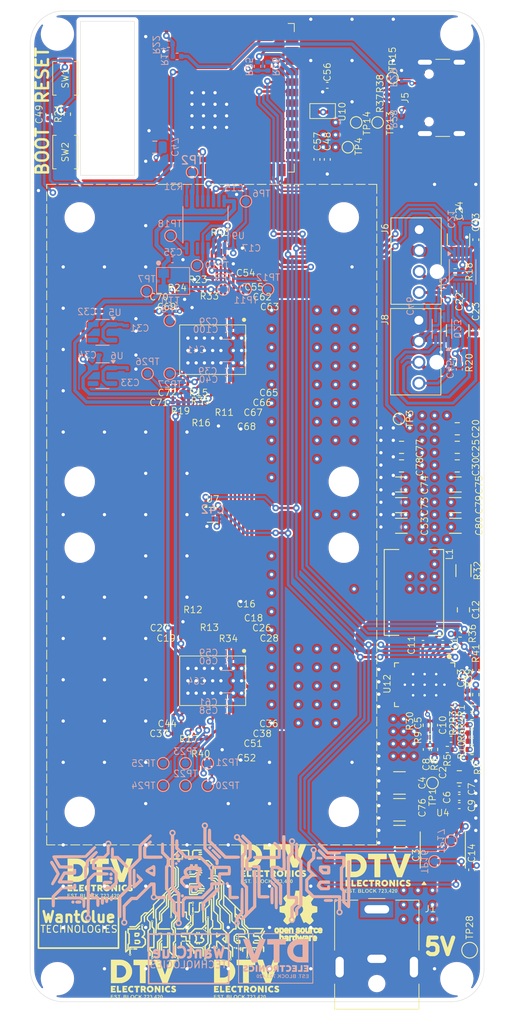
<source format=kicad_pcb>
(kicad_pcb
	(version 20240108)
	(generator "pcbnew")
	(generator_version "8.0")
	(general
		(thickness 1.6)
		(legacy_teardrops no)
	)
	(paper "A4")
	(layers
		(0 "F.Cu" signal)
		(1 "In1.Cu" power)
		(2 "In2.Cu" jumper)
		(3 "In3.Cu" jumper)
		(4 "In4.Cu" power)
		(31 "B.Cu" signal)
		(32 "B.Adhes" user "B.Adhesive")
		(33 "F.Adhes" user "F.Adhesive")
		(34 "B.Paste" user)
		(35 "F.Paste" user)
		(36 "B.SilkS" user "B.Silkscreen")
		(37 "F.SilkS" user "F.Silkscreen")
		(38 "B.Mask" user)
		(39 "F.Mask" user)
		(40 "Dwgs.User" user "User.Drawings")
		(41 "Cmts.User" user "User.Comments")
		(42 "Eco1.User" user "User.Eco1")
		(43 "Eco2.User" user "User.Eco2")
		(44 "Edge.Cuts" user)
		(45 "Margin" user)
		(46 "B.CrtYd" user "B.Courtyard")
		(47 "F.CrtYd" user "F.Courtyard")
		(48 "B.Fab" user)
		(49 "F.Fab" user)
		(50 "User.1" user)
		(51 "User.2" user)
		(52 "User.3" user)
		(53 "User.4" user)
		(54 "User.5" user)
		(55 "User.6" user)
		(56 "User.7" user)
		(57 "User.8" user)
		(58 "User.9" user)
	)
	(setup
		(stackup
			(layer "F.SilkS"
				(type "Top Silk Screen")
			)
			(layer "F.Paste"
				(type "Top Solder Paste")
			)
			(layer "F.Mask"
				(type "Top Solder Mask")
				(thickness 0.01)
			)
			(layer "F.Cu"
				(type "copper")
				(thickness 0.035)
			)
			(layer "dielectric 1"
				(type "prepreg")
				(thickness 0.1)
				(material "FR4")
				(epsilon_r 4.5)
				(loss_tangent 0.02)
			)
			(layer "In1.Cu"
				(type "copper")
				(thickness 0.035)
			)
			(layer "dielectric 2"
				(type "core")
				(thickness 0.535)
				(material "FR4")
				(epsilon_r 4.5)
				(loss_tangent 0.02)
			)
			(layer "In2.Cu"
				(type "copper")
				(thickness 0.035)
			)
			(layer "dielectric 3"
				(type "prepreg")
				(thickness 0.1)
				(material "FR4")
				(epsilon_r 4.5)
				(loss_tangent 0.02)
			)
			(layer "In3.Cu"
				(type "copper")
				(thickness 0.035)
			)
			(layer "dielectric 4"
				(type "core")
				(thickness 0.535)
				(material "FR4")
				(epsilon_r 4.5)
				(loss_tangent 0.02)
			)
			(layer "In4.Cu"
				(type "copper")
				(thickness 0.035)
			)
			(layer "dielectric 5"
				(type "prepreg")
				(thickness 0.1)
				(material "FR4")
				(epsilon_r 4.5)
				(loss_tangent 0.02)
			)
			(layer "B.Cu"
				(type "copper")
				(thickness 0.035)
			)
			(layer "B.Mask"
				(type "Bottom Solder Mask")
				(thickness 0.01)
			)
			(layer "B.Paste"
				(type "Bottom Solder Paste")
			)
			(layer "B.SilkS"
				(type "Bottom Silk Screen")
			)
			(copper_finish "ENIG")
			(dielectric_constraints no)
		)
		(pad_to_mask_clearance 0)
		(allow_soldermask_bridges_in_footprints no)
		(pcbplotparams
			(layerselection 0x00010fc_ffffffff)
			(plot_on_all_layers_selection 0x0000000_00000000)
			(disableapertmacros no)
			(usegerberextensions no)
			(usegerberattributes yes)
			(usegerberadvancedattributes yes)
			(creategerberjobfile no)
			(dashed_line_dash_ratio 12.000000)
			(dashed_line_gap_ratio 3.000000)
			(svgprecision 4)
			(plotframeref no)
			(viasonmask no)
			(mode 1)
			(useauxorigin no)
			(hpglpennumber 1)
			(hpglpenspeed 20)
			(hpglpendiameter 15.000000)
			(pdf_front_fp_property_popups yes)
			(pdf_back_fp_property_popups yes)
			(dxfpolygonmode yes)
			(dxfimperialunits yes)
			(dxfusepcbnewfont yes)
			(psnegative no)
			(psa4output no)
			(plotreference yes)
			(plotvalue no)
			(plotfptext yes)
			(plotinvisibletext no)
			(sketchpadsonfab no)
			(subtractmaskfromsilk yes)
			(outputformat 1)
			(mirror no)
			(drillshape 0)
			(scaleselection 1)
			(outputdirectory "../gerber/")
		)
	)
	(net 0 "")
	(net 1 "GND")
	(net 2 "Net-(U9-OE)")
	(net 3 "Net-(U12-DRTN)")
	(net 4 "VDD")
	(net 5 "unconnected-(U8-GPIO9{slash}TOUCH9{slash}ADC1_CH8{slash}FSPIHD{slash}SUBSPIHD-Pad17)")
	(net 6 "/Domain/0V8")
	(net 7 "/ESP32/USB_D-")
	(net 8 "/ESP32/USB_D+")
	(net 9 "unconnected-(J5-SBU2-PadB8)")
	(net 10 "Net-(J5-D+-PadA6)")
	(net 11 "Net-(J5-D--PadA7)")
	(net 12 "unconnected-(J5-SBU1-PadA8)")
	(net 13 "Net-(J5-CC1)")
	(net 14 "Net-(J5-CC2)")
	(net 15 "/ESP32/IO0")
	(net 16 "unconnected-(U3-PIN_MODE-Pad19)")
	(net 17 "/Domain/1V2")
	(net 18 "Net-(U12-BP1V5)")
	(net 19 "Net-(C2-Pad1)")
	(net 20 "/Power/AGND")
	(net 21 "Net-(U12-AVIN)")
	(net 22 "Net-(U3-LITE_PAD)")
	(net 23 "Net-(U9-A1)")
	(net 24 "Net-(J5-VBUS-PadA4)")
	(net 25 "Net-(U3-CI)")
	(net 26 "Net-(U13-RI)")
	(net 27 "Net-(U13-NRSTO)")
	(net 28 "Net-(U3-RI)")
	(net 29 "Net-(U3-BI)")
	(net 30 "Net-(U3-ROSC_SEL)")
	(net 31 "Net-(U13-ROSC_SEL)")
	(net 32 "Net-(U12-EN{slash}UVLO)")
	(net 33 "Net-(U12-VDD5)")
	(net 34 "Net-(U12-BOOT)")
	(net 35 "/Power/SW")
	(net 36 "Net-(C12-Pad1)")
	(net 37 "Net-(U12-GOSNS)")
	(net 38 "/Domain/I_BI")
	(net 39 "Net-(U3-RO)")
	(net 40 "Net-(U3-CLKI)")
	(net 41 "Net-(U13-CLKO)")
	(net 42 "/Domain/NRSTO")
	(net 43 "/Domain/I_RO")
	(net 44 "unconnected-(U5-PG-Pad4)")
	(net 45 "unconnected-(U6-PG-Pad4)")
	(net 46 "Net-(U12-VOSNS)")
	(net 47 "unconnected-(U8-*GPIO46-Pad16)")
	(net 48 "unconnected-(U8-GPIO4{slash}TOUCH4{slash}ADC1_CH3-Pad4)")
	(net 49 "unconnected-(U8-GPIO5{slash}TOUCH5{slash}ADC1_CH4-Pad5)")
	(net 50 "unconnected-(U8-*GPIO45-Pad26)")
	(net 51 "/Domain/CLKI")
	(net 52 "Net-(U5-EN)")
	(net 53 "unconnected-(U8-U0RXD{slash}GPIO44{slash}CLK_OUT2-Pad36)")
	(net 54 "unconnected-(U8-GPIO21-Pad23)")
	(net 55 "unconnected-(U10-NC-Pad4)")
	(net 56 "unconnected-(U8-U0TXD{slash}GPIO43{slash}CLK_OUT1-Pad37)")
	(net 57 "/TX")
	(net 58 "/RX")
	(net 59 "/RST")
	(net 60 "Net-(U6-EN)")
	(net 61 "Net-(U13-LITE_PAD)")
	(net 62 "unconnected-(U13-PIN_MODE-Pad19)")
	(net 63 "Net-(U9-B4)")
	(net 64 "/Domain/I_CI")
	(net 65 "/Domain/I_NRSTI")
	(net 66 "Net-(U9-DIR4)")
	(net 67 "VIN")
	(net 68 "unconnected-(U4-NC-Pad13)")
	(net 69 "Net-(U12-MSEL1)")
	(net 70 "Net-(U3-VDD1_0)")
	(net 71 "Net-(U3-VDD2_0)")
	(net 72 "/ESP32/VDD_SAMPLE_0")
	(net 73 "Net-(U3-VDD3_0)")
	(net 74 "Net-(U3-VDD3_1)")
	(net 75 "Net-(U3-VDD2_1)")
	(net 76 "unconnected-(U7-ALERT-Pad3)")
	(net 77 "/Fan/FAN1_TACH")
	(net 78 "/Fan/FAN1_PWM")
	(net 79 "/Fan/FAN2_TACH")
	(net 80 "/Fan/FAN2_PWM")
	(net 81 "unconnected-(U2-*ALERT-Pad10)")
	(net 82 "unconnected-(U2-CLK-Pad9)")
	(net 83 "Net-(U3-VDD1_1)")
	(net 84 "Net-(U13-VDD1_0)")
	(net 85 "Net-(U13-VDD2_0)")
	(net 86 "unconnected-(U9-A4-Pad6)")
	(net 87 "Net-(U13-VDD3_0)")
	(net 88 "Net-(U13-VDD3_1)")
	(net 89 "Net-(U13-VDD2_1)")
	(net 90 "/SCL")
	(net 91 "/SDA")
	(net 92 "Net-(U13-VDD1_1)")
	(net 93 "unconnected-(U8-GPIO7{slash}TOUCH7{slash}ADC1_CH6-Pad7)")
	(net 94 "Net-(U12-MSEL2)")
	(net 95 "unconnected-(U8-GPIO15{slash}U0RTS{slash}ADC2_CH4{slash}XTAL_32K_P-Pad8)")
	(net 96 "unconnected-(U8-GPIO10{slash}TOUCH10{slash}ADC1_CH9{slash}FSPICS0{slash}FSPIIO4{slash}SUBSPICS0-Pad18)")
	(net 97 "unconnected-(U8-SPIIO6{slash}GPIO35{slash}FSPID{slash}SUBSPID-Pad28)")
	(net 98 "unconnected-(U8-SPIDQS{slash}GPIO37{slash}FSPIQ{slash}SUBSPIQ-Pad30)")
	(net 99 "unconnected-(U8-GPIO38{slash}FSPIWP{slash}SUBSPIWP-Pad31)")
	(net 100 "unconnected-(U8-SPIIO7{slash}GPIO36{slash}FSPICLK{slash}SUBSPICLK-Pad29)")
	(net 101 "unconnected-(U13-INV_CLKO-Pad12)")
	(net 102 "unconnected-(U3-INV_CLKO-Pad12)")
	(net 103 "Net-(U12-ADRSEL)")
	(net 104 "unconnected-(U8-GPIO11{slash}TOUCH11{slash}ADC2_CH0{slash}FSPID{slash}FSPIIO5{slash}SUBSPID-Pad19)")
	(net 105 "unconnected-(U8-GPIO12{slash}TOUCH12{slash}ADC2_CH1{slash}FSPICLK{slash}FSPIIO6{slash}SUBSPICLK-Pad20)")
	(net 106 "/ESP32/EN")
	(net 107 "unconnected-(U8-GPIO6{slash}TOUCH6{slash}ADC1_CH5-Pad6)")
	(net 108 "Net-(U3-CO)")
	(net 109 "Net-(U3-CLKO)")
	(net 110 "/Fan/PWM2")
	(net 111 "/Fan/PWM1")
	(net 112 "Net-(U3-BO)")
	(net 113 "Net-(U3-TEMP_N)")
	(net 114 "3V3")
	(net 115 "Net-(U3-TEMP_P)")
	(net 116 "Net-(U13-TEMP_N)")
	(net 117 "Net-(U13-CO)")
	(net 118 "Net-(U13-BO)")
	(net 119 "Net-(U13-TEMP_P)")
	(net 120 "+5V")
	(net 121 "Net-(U12-VSEL)")
	(net 122 "/Power/PGOOD")
	(net 123 "/ESP32/INA_ALRT")
	(net 124 "unconnected-(U8-MTDI{slash}GPIO41{slash}CLK_OUT1-Pad34)")
	(net 125 "unconnected-(U8-MTMS{slash}GPIO42-Pad35)")
	(net 126 "unconnected-(U8-MTCK{slash}GPIO39{slash}CLK_OUT3{slash}SUBSPICS1-Pad32)")
	(net 127 "unconnected-(U8-MTDO{slash}GPIO40{slash}CLK_OUT2-Pad33)")
	(net 128 "/ESP32/PWR_EN")
	(net 129 "/Power/SMB_ALRT")
	(net 130 "unconnected-(U12-SYNC-Pad38)")
	(net 131 "unconnected-(U12-NC-Pad36)")
	(net 132 "unconnected-(U12-BCX_CLK-Pad39)")
	(net 133 "unconnected-(U12-VSHARE-Pad35)")
	(net 134 "unconnected-(U12-BCX_DAT-Pad40)")
	(footprint "Capacitor_SMD:C_0402_1005Metric" (layer "F.Cu") (at 69.386483 64.247262 90))
	(footprint "BitForgeNano:R_0201_0603Metric" (layer "F.Cu") (at 86.85 86.3125))
	(footprint "bitaxe:NetTie-0.25mm" (layer "F.Cu") (at 119.596483 131.726762 90))
	(footprint "BitForgeNano:SW_CS1213AGF260_CRS" (layer "F.Cu") (at 71.386483 68.817762 90))
	(footprint "BitForgeNano:BM1368" (layer "F.Cu") (at 89.25 132.85 -90))
	(footprint "BitForgeNano:" (layer "F.Cu") (at 118.836483 168.926773 90))
	(footprint "BitForgeNano:C_0201_0603Metric" (layer "F.Cu") (at 94.15 138.05 180))
	(footprint "BitForgeNano:C_0201_0603Metric" (layer "F.Cu") (at 84.73 86.3625))
	(footprint "Capacitor_SMD:C_1206_3216Metric" (layer "F.Cu") (at 112.111483 114.076762 180))
	(footprint "BitForgeNano:TestPoint_Pad_D1.0mm" (layer "F.Cu") (at 105.636483 68.226762))
	(footprint "Capacitor_SMD:C_0402_1005Metric" (layer "F.Cu") (at 114.736483 128.326762 180))
	(footprint "BitForgeNano:" (layer "F.Cu") (at 70.436483 54.526773 90))
	(footprint "BitForgeNano:C_0201_0603Metric" (layer "F.Cu") (at 85.73 127.65))
	(footprint "BitForgeNano:R_0201_0603Metric" (layer "F.Cu") (at 89.45 98.0625 180))
	(footprint "Capacitor_SMD:C_0402_1005Metric" (layer "F.Cu") (at 121.136483 90.326762 90))
	(footprint "BitForgeNano:C_0201_0603Metric" (layer "F.Cu") (at 94.15 97.9625 180))
	(footprint "Capacitor_SMD:C_0805_2012Metric" (layer "F.Cu") (at 118.886483 104.576762))
	(footprint "BitForgeNano:BM1368" (layer "F.Cu") (at 89.25 92.75 -90))
	(footprint "Capacitor_SMD:C_0402_1005Metric" (layer "F.Cu") (at 103.136483 60.726762 180))
	(footprint "BitForgeNano:470531000" (layer "F.Cu") (at 114.236483 89.186762 -90))
	(footprint "Capacitor_SMD:C_1206_3216Metric" (layer "F.Cu") (at 118.661483 109.076762))
	(footprint "BitForgeNano:C_0201_0603Metric" (layer "F.Cu") (at 92.25 85.1625))
	(footprint "Capacitor_SMD:C_0402_1005Metric" (layer "F.Cu") (at 101.886483 69.706762 -90))
	(footprint "Resistor_SMD:R_0402_1005Metric" (layer "F.Cu") (at 120.676483 138.176762 180))
	(footprint "Resistor_SMD:R_0201_0603Metric" (layer "F.Cu") (at 86.85 85.2125))
	(footprint "BitForgeNano:C_0201_0603Metric" (layer "F.Cu") (at 91.75 123.55 -90))
	(footprint "Capacitor_SMD:C_1210_3225Metric" (layer "F.Cu") (at 119.036483 79.426762 90))
	(footprint "BitForgeNano:470531000" (layer "F.Cu") (at 114.275334 78.206162 -90))
	(footprint "Capacitor_SMD:C_0805_2012Metric" (layer "F.Cu") (at 118.886483 102.326762))
	(footprint "BitForgeNano:TSSOP-16_4.4x5mm_P0.65mm" (layer "F.Cu") (at 117.136483 153.346762 90))
	(footprint "BitForgeNano:C_0201_0603Metric" (layer "F.Cu") (at 94.15 127.65))
	(footprint "Capacitor_SMD:C_1210_3225Metric" (layer "F.Cu") (at 111.886483 151.726762 180))
	(footprint "Capacitor_SMD:C_1206_3216Metric" (layer "F.Cu") (at 118.636483 111.576762))
	(footprint "bitaxe:LQFN40-CLIP"
		(layer "F.Cu")
		(uuid "31f4a090-c5f5-489c-b150-e0500d2709b7")
		(at 114.936483 133.326762 -90)
		(descr "VQFN, 46 Pin (http://www.ti.com/lit/ds/symlink/lp5036.pdf#page=59), generated with kicad-footprint-generator ipc_noLead_generator.py")
		(tags "VQFN NoLead")
		(property "Reference" "U12"
			(at -0.1 4.55 90)
			(unlocked yes)
			(layer "F.SilkS")
			(uuid "9dfb4974-035f-42e3-9524-7a8d09f4a323")
			(effects
				(font
					(size 0.8 0.8)
					(thickness 0.1)
				)
			)
		)
		(property "Value" "TPS546D24ARVFR"
			(at 0.38 16.32 -90)
			(layer "F.Fab")
			(uuid "9b38a92f-43b1-4974-8eab-fbe97bb62a5e")
			(effects
				(font
					(size 1 1)
					(thickness 0.15)
				)
			)
		)
		(property "Footprint" "bitaxe:LQFN40-CLIP"
			(at 0.23 9.15 -90)
			(unlocked yes)
			(layer "F.Fab")
			(hide yes)
			(uuid "084e5e73-9b0b-4cd1-8717-6023967d306c")
			(effects
				(font
					(size 1.27 1.27)
					(thickness 0.15)
				)
			)
		)
		(property "Datasheet" "https://www.ti.com/lit/ds/symlink/tps546d24a.pdf"
			(at 2.04 12.78 -90)
			(unlocked yes)
			(layer "F.Fab")
			(hide yes)
			(uuid "9a3c5ea6-77c5-4795-a935-a02a42598fa1")
			(effects
				(font
					(size 1.27 1.27)
					(thickness 0.15)
				)
			)
		)
		(property "Description" ""
			(at 0 0 -90)
			(unlocked yes)
			(layer "F.Fab")
			(hide yes)
			(uuid "2f914f77-d497-4213-b3d5-e8a779961020")
			(effects
				(font
					(size 1.27 1.27)
					(thickness 0.15)
				)
			)
		)
		(property "DK" "296-TPS546D24ARVFRCT-ND"
			(at 1.35 14.68 -90)
			(layer "F.Fab")
			(hide yes)
			(uuid "dc140cc1-5f96-4213-b48d-9b735175df9b")
			(effects
				(font
					(size 1 1)
					(thickness 0.15)
				)
			)
		)
		(property "PARTNO" "TPS546D24ARVFR"
			(at 0.08 11.15 -90)
			(layer "F.Fab")
			(hide yes)
			(uuid "41ba0cb9-31a1-454d-a851-66175d122512")
			(effects
				(font
					(size 1 1)
					(thickness 0.15)
				)
			)
		)
		(property "Symbol" ""
			(at 0 0 -90)
			(unlocked yes)
			(layer "F.Fab")
			(hide yes)
			(uuid "972e0577-89db-4d9e-9c25-956d9528963f")
			(effects
				(font
					(size 1 1)
					(thickness 0.15)
				)
			)
		)
		(path "/36c1fe60-bc71-4a38-b1da-34ab9d3681cc/b708bd45-6a2e-4cb5-9c85-c3e8a55537b0")
		(sheetname "Power")
		(sheetfile "Power.kicad_sch")
		(attr through_hole)
		(fp_line
			(start -2.65 3.65)
			(end -2.65 3.15)
			(stroke
				(width 0.12)
				(type solid)
			)
			(layer "F.SilkS")
			(uuid "48821b25-5d1a-4c9e-a307-e55b0dec506f")
		)
		(fp_line
			(start -2.15 3.65)
			(end -2.65 3.65)
			(stroke
				(width 0.12)
				(type solid)
			)
			(layer "F.SilkS")
			(uuid "742ee864-7ae7-4b6d-90b5-8f515ef7d1a1")
		)
		(fp_line
			(start 2.15 3.65)
			(end 2.65 3.65)
			(stroke
				(width 0.12)
				(type solid)
			)
			(layer "F.SilkS")
			(uuid "eefa6a20-d4af-441d-a3a6-fa91b5abb754")
		)
		(fp_line
			(start 2.65 3.65)
			(end 2.65 3.15)
			(stroke
				(width 0.12)
				(type solid)
			)
			(layer "F.SilkS")
			(uuid "57f1bf99-b9e7-4d3b-99ed-c277e344eb0e")
		)
		(fp_line
			(start -2.65 -3.65)
			(end -2.65 -3.15)
			(stroke
				(width 0.12)
				(type solid)
			)
			(layer "F.SilkS")
			(uuid "39a725ee-136c-4c16-92b2-b85701d22669")
		)
		(fp_line
			(start -2.15 -3.65)
			(end -2.65 -3.65)
			(stroke
				(width 0.12)
				(type solid)
			)
			(layer "F.SilkS")
			(uuid "da511c23-da56-440e-85ca-72e3301eb5a8")
		)
		(fp_line
			(start 2.15 -3.65)
			(end 2.65 -3.65)
			(stroke
				(width 0.12)
				(type solid)
			)
			(layer "F.SilkS")
			(uuid "02796300-ad33-4dc3-81fa-f9bbb72f308b")
		)
		(fp_line
			(start 2.65 -3.65)
			(end 2.65 -3.15)
			(stroke
				(width 0.12)
				(type solid)
			)
			(layer "F.SilkS")
			(uuid "fff1eb9a-f030-4691-9bcc-74a3ef781354")
		)
		(fp_circle
			(center -3.41 -2.97)
			(end -3.21 -2.97)
			(stroke
				(width 0.2)
				(type solid)
			)
			(fill solid)
			(layer "F.SilkS")
			(uuid "47fe4fca-271f-47da-b971-6a361733f4a6")
		)
		(fp_line
			(start -2.95 3.95)
			(end 2.95 3.95)
			(stroke
				(width 0.0
... [4561696 chars truncated]
</source>
